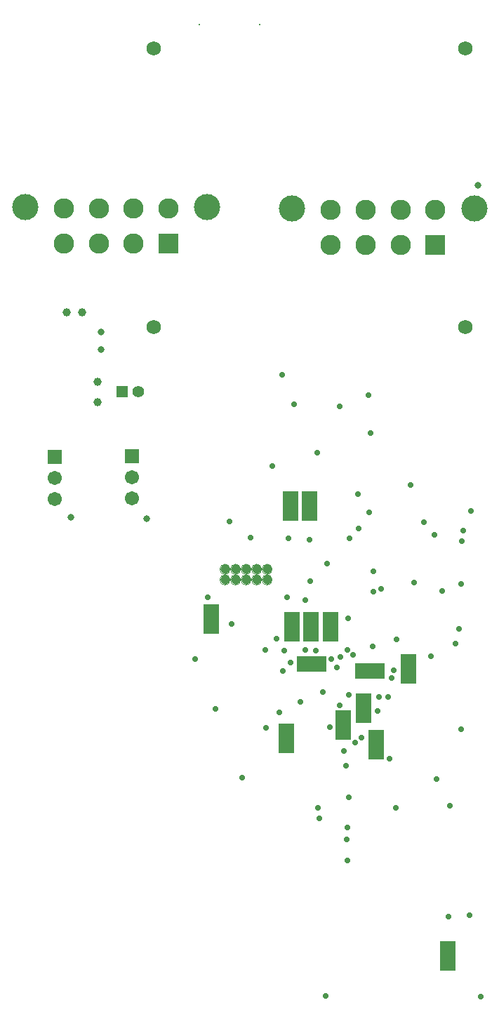
<source format=gbs>
G04*
G04 #@! TF.GenerationSoftware,Altium Limited,Altium Designer,21.7.2 (23)*
G04*
G04 Layer_Color=16711935*
%FSLAX25Y25*%
%MOIN*%
G70*
G04*
G04 #@! TF.SameCoordinates,09E9BBC9-63B0-45BD-99AE-EBF3B05E1A71*
G04*
G04*
G04 #@! TF.FilePolarity,Negative*
G04*
G01*
G75*
%ADD19C,0.00000*%
%ADD59C,0.06800*%
%ADD60C,0.00800*%
%ADD61C,0.12411*%
%ADD62C,0.09655*%
%ADD63R,0.09655X0.09655*%
%ADD64C,0.05556*%
%ADD65R,0.05556X0.05556*%
%ADD66R,0.06737X0.06737*%
%ADD67C,0.06737*%
%ADD68C,0.04500*%
%ADD69C,0.02847*%
%ADD70C,0.03300*%
%ADD71C,0.03950*%
%ADD130R,0.07808X0.14304*%
%ADD131R,0.14304X0.07808*%
D19*
X-118351Y214400D02*
G03*
X-118351Y214400I-2449J0D01*
G01*
Y209400D02*
G03*
X-118351Y209400I-2449J0D01*
G01*
X-123351Y214400D02*
G03*
X-123351Y214400I-2449J0D01*
G01*
Y209400D02*
G03*
X-123351Y209400I-2449J0D01*
G01*
X-128351Y214400D02*
G03*
X-128351Y214400I-2449J0D01*
G01*
Y209400D02*
G03*
X-128351Y209400I-2449J0D01*
G01*
X-133351Y214400D02*
G03*
X-133351Y214400I-2449J0D01*
G01*
Y209400D02*
G03*
X-133351Y209400I-2449J0D01*
G01*
X-138351Y214400D02*
G03*
X-138351Y214400I-2449J0D01*
G01*
Y209400D02*
G03*
X-138351Y209400I-2449J0D01*
G01*
D59*
X-26500Y461900D02*
D03*
X-174500D02*
D03*
X-26500Y329600D02*
D03*
X-174500D02*
D03*
D60*
X-152970Y473000D02*
D03*
X-124230D02*
D03*
D61*
X-109054Y385943D02*
D03*
X-22440D02*
D03*
X-235804Y386487D02*
D03*
X-149190D02*
D03*
D62*
X-90550Y385191D02*
D03*
X-74015D02*
D03*
X-57479D02*
D03*
X-40944D02*
D03*
X-90550Y368655D02*
D03*
X-74015D02*
D03*
X-57479D02*
D03*
X-217300Y385735D02*
D03*
X-200765D02*
D03*
X-184229D02*
D03*
X-167694D02*
D03*
X-217300Y369200D02*
D03*
X-200765D02*
D03*
X-184229D02*
D03*
D63*
X-40944Y368655D02*
D03*
X-167694Y369200D02*
D03*
D64*
X-181863Y298700D02*
D03*
D65*
X-189737D02*
D03*
D66*
X-185058Y268000D02*
D03*
X-221600Y267900D02*
D03*
D67*
X-185058Y258000D02*
D03*
Y248000D02*
D03*
X-221600Y247900D02*
D03*
Y257900D02*
D03*
D68*
X-120800Y214400D02*
D03*
Y209400D02*
D03*
X-125800Y214400D02*
D03*
Y209400D02*
D03*
X-130800Y214400D02*
D03*
Y209400D02*
D03*
X-135800Y214400D02*
D03*
Y209400D02*
D03*
X-140800Y214400D02*
D03*
Y209400D02*
D03*
D69*
X-85942Y172766D02*
D03*
X-29547Y186253D02*
D03*
X-66600Y205200D02*
D03*
X-102500Y176000D02*
D03*
X-67600Y153700D02*
D03*
X-81900Y154900D02*
D03*
X-82600Y176300D02*
D03*
X-43000Y173000D02*
D03*
X-96887Y269700D02*
D03*
X-86300Y291800D02*
D03*
X-138500Y237200D02*
D03*
X-113500Y306700D02*
D03*
X-149100Y201000D02*
D03*
X-92900Y11800D02*
D03*
X-118300Y263400D02*
D03*
X-34000Y102000D02*
D03*
X-132600Y115550D02*
D03*
X-114900Y146600D02*
D03*
X-145200Y148300D02*
D03*
X-121300Y139100D02*
D03*
X-113300Y166000D02*
D03*
X-83400Y121200D02*
D03*
X-62600Y124500D02*
D03*
X-84200Y128100D02*
D03*
X-78900Y132000D02*
D03*
X-75900Y134600D02*
D03*
X-28500Y138400D02*
D03*
X-91010Y139590D02*
D03*
X-68427Y147073D02*
D03*
X-86200Y149800D02*
D03*
X-104967Y151633D02*
D03*
X-63300Y153700D02*
D03*
X-94200Y156000D02*
D03*
X-61700Y162700D02*
D03*
X-109800Y170200D02*
D03*
X-154900Y171800D02*
D03*
X-111300Y201300D02*
D03*
X-112800Y175700D02*
D03*
X-121500Y176300D02*
D03*
X-116407Y181513D02*
D03*
X-137793Y188407D02*
D03*
X-110700Y229000D02*
D03*
X-128700Y229600D02*
D03*
X-60700Y166400D02*
D03*
X-87600Y167900D02*
D03*
X-90300Y171900D02*
D03*
X-80000Y173800D02*
D03*
X-97800Y175900D02*
D03*
X-70548Y177752D02*
D03*
X-31200Y179000D02*
D03*
X-59300Y181000D02*
D03*
X-82200Y191300D02*
D03*
X-102800Y199900D02*
D03*
X-70200Y203900D02*
D03*
X-37800Y204300D02*
D03*
X-108100Y292700D02*
D03*
X-100500Y228400D02*
D03*
X-100400Y208800D02*
D03*
X-92200Y217100D02*
D03*
X-81800Y229300D02*
D03*
X-77500Y250200D02*
D03*
X-77200Y233900D02*
D03*
X-72500Y297100D02*
D03*
X-72173Y241327D02*
D03*
X-71800Y279200D02*
D03*
X-70400Y213400D02*
D03*
X-52600Y254500D02*
D03*
X-19300Y11500D02*
D03*
X-34732Y49468D02*
D03*
X-24700Y50000D02*
D03*
X-82700Y76300D02*
D03*
X-83050Y86250D02*
D03*
X-82644Y91823D02*
D03*
X-95923Y96123D02*
D03*
X-59500Y101050D02*
D03*
X-96700Y101300D02*
D03*
X-28800Y207500D02*
D03*
X-51038Y208100D02*
D03*
X-46200Y236700D02*
D03*
X-41200Y230900D02*
D03*
X-28376Y227800D02*
D03*
X-27729Y232700D02*
D03*
X-23900Y242200D02*
D03*
X-81977Y106292D02*
D03*
X-40300Y114700D02*
D03*
D70*
X-20800Y396800D02*
D03*
X-213900Y239300D02*
D03*
X-178100Y238500D02*
D03*
X-199600Y327161D02*
D03*
Y318761D02*
D03*
D71*
X-201200Y293661D02*
D03*
X-208500Y336561D02*
D03*
X-215900D02*
D03*
X-201200Y303561D02*
D03*
D130*
X-147200Y190900D02*
D03*
X-84600Y140500D02*
D03*
X-69100Y131300D02*
D03*
X-74900Y148500D02*
D03*
X-53700Y167300D02*
D03*
X-90800Y187100D02*
D03*
X-109000D02*
D03*
X-99900D02*
D03*
X-100600Y244600D02*
D03*
X-109600D02*
D03*
X-35100Y30800D02*
D03*
X-111600Y134300D02*
D03*
D131*
X-99600Y169500D02*
D03*
X-72100Y166200D02*
D03*
M02*

</source>
